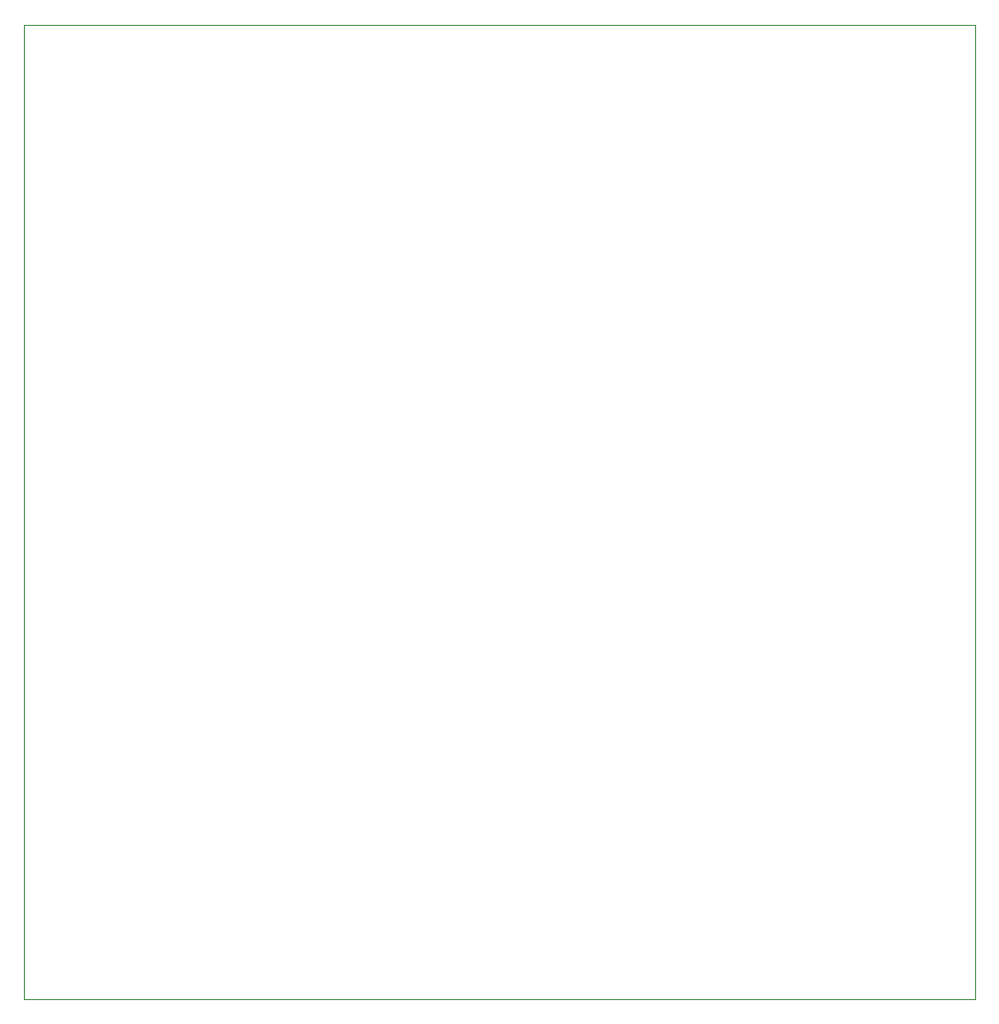
<source format=gbr>
%TF.GenerationSoftware,KiCad,Pcbnew,9.0.0-9.0.0-2~ubuntu24.04.1*%
%TF.CreationDate,2025-03-08T17:31:25+00:00*%
%TF.ProjectId,g5500-net-interface,67353530-302d-46e6-9574-2d696e746572,rev?*%
%TF.SameCoordinates,Original*%
%TF.FileFunction,Profile,NP*%
%FSLAX46Y46*%
G04 Gerber Fmt 4.6, Leading zero omitted, Abs format (unit mm)*
G04 Created by KiCad (PCBNEW 9.0.0-9.0.0-2~ubuntu24.04.1) date 2025-03-08 17:31:25*
%MOMM*%
%LPD*%
G01*
G04 APERTURE LIST*
%TA.AperFunction,Profile*%
%ADD10C,0.050000*%
%TD*%
G04 APERTURE END LIST*
D10*
X39200000Y-120000000D02*
X39200000Y-37100000D01*
X120100000Y-120000000D02*
X39200000Y-120000000D01*
X120100000Y-37100000D02*
X120100000Y-120000000D01*
X39200000Y-37100000D02*
X120100000Y-37100000D01*
M02*

</source>
